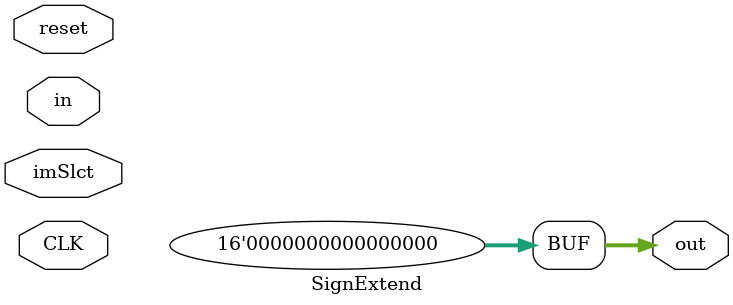
<source format=v>
`timescale 1ns / 1ps
module SignExtend(in,
    CLK,
    reset,
	 imSlct,
    out
    );
	 input imSlct;
	 input CLK, reset;
	 input [15:0] in;
	 output reg [15:0] out;
	 reg i;
	 reg temp[15:0];
	 reg currentstate;
	 reg nextstate;
	 always @ (reset) begin out=0; end
	 always @ (posedge CLK) begin
		for(i=0;i<10;i=i+1) 
		begin
			temp[i]=in[i];
		end
		if (imSlct==0) begin
			temp[10]=in[10];
			temp[11]=in[11];
			for(i=12;i<16;i=i+1)
			begin
				temp[i]=in[11];
			end
		end
		else begin
			for(i=10;i<16;i=i+1)
			begin
				temp[i]=in[9];
			end
		end
		for(i=0;i<16;i=i+1)
		begin
			out[i] = temp[i];
		end
	 end
endmodule
</source>
